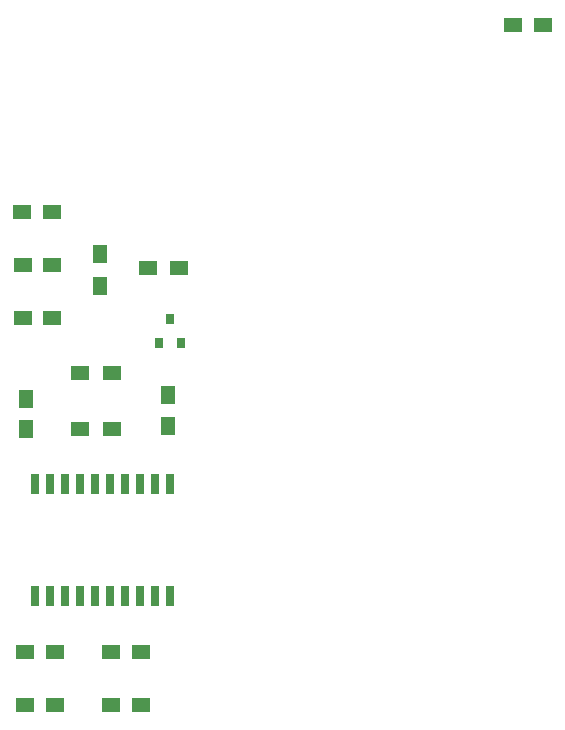
<source format=gbr>
%TF.GenerationSoftware,KiCad,Pcbnew,(5.1.6)-1*%
%TF.CreationDate,2021-01-17T16:19:00-06:00*%
%TF.ProjectId,irradiance1,69727261-6469-4616-9e63-65312e6b6963,rev?*%
%TF.SameCoordinates,Original*%
%TF.FileFunction,Paste,Top*%
%TF.FilePolarity,Positive*%
%FSLAX46Y46*%
G04 Gerber Fmt 4.6, Leading zero omitted, Abs format (unit mm)*
G04 Created by KiCad (PCBNEW (5.1.6)-1) date 2021-01-17 16:19:00*
%MOMM*%
%LPD*%
G01*
G04 APERTURE LIST*
%ADD10R,1.500000X1.250000*%
%ADD11R,0.800000X0.900000*%
%ADD12R,0.650000X1.800000*%
%ADD13R,1.300000X1.500000*%
%ADD14R,1.500000X1.300000*%
%ADD15R,1.250000X1.500000*%
G04 APERTURE END LIST*
D10*
%TO.C,C17*%
X72350000Y-79900000D03*
X74850000Y-79900000D03*
%TD*%
D11*
%TO.C,U7*%
X42350000Y-106800000D03*
X44250000Y-106800000D03*
X43300000Y-104800000D03*
%TD*%
D12*
%TO.C,U1*%
X31885000Y-128225000D03*
X33155000Y-128225000D03*
X34425000Y-128225000D03*
X35695000Y-128225000D03*
X36965000Y-128225000D03*
X38235000Y-128225000D03*
X39505000Y-128225000D03*
X40775000Y-128225000D03*
X42045000Y-128225000D03*
X43315000Y-128225000D03*
X43315000Y-118775000D03*
X42045000Y-118775000D03*
X40775000Y-118775000D03*
X39505000Y-118775000D03*
X38235000Y-118775000D03*
X36965000Y-118775000D03*
X35695000Y-118775000D03*
X34425000Y-118775000D03*
X33155000Y-118775000D03*
X31885000Y-118775000D03*
%TD*%
D13*
%TO.C,R25*%
X43100000Y-111200000D03*
X43100000Y-113900000D03*
%TD*%
%TO.C,R10*%
X37400000Y-99300000D03*
X37400000Y-102000000D03*
%TD*%
D14*
%TO.C,R9*%
X41400000Y-100500000D03*
X44100000Y-100500000D03*
%TD*%
%TO.C,L3*%
X38400000Y-109400000D03*
X35700000Y-109400000D03*
%TD*%
%TO.C,L2*%
X38400000Y-114100000D03*
X35700000Y-114100000D03*
%TD*%
D10*
%TO.C,C16*%
X38350000Y-133000000D03*
X40850000Y-133000000D03*
%TD*%
%TO.C,C15*%
X38350000Y-137500000D03*
X40850000Y-137500000D03*
%TD*%
%TO.C,C14*%
X33550000Y-133000000D03*
X31050000Y-133000000D03*
%TD*%
%TO.C,C13*%
X33550000Y-137500000D03*
X31050000Y-137500000D03*
%TD*%
%TO.C,C12*%
X30800000Y-95700000D03*
X33300000Y-95700000D03*
%TD*%
%TO.C,C11*%
X30850000Y-100200000D03*
X33350000Y-100200000D03*
%TD*%
%TO.C,C10*%
X30850000Y-104700000D03*
X33350000Y-104700000D03*
%TD*%
D15*
%TO.C,C9*%
X31100000Y-114100000D03*
X31100000Y-111600000D03*
%TD*%
M02*

</source>
